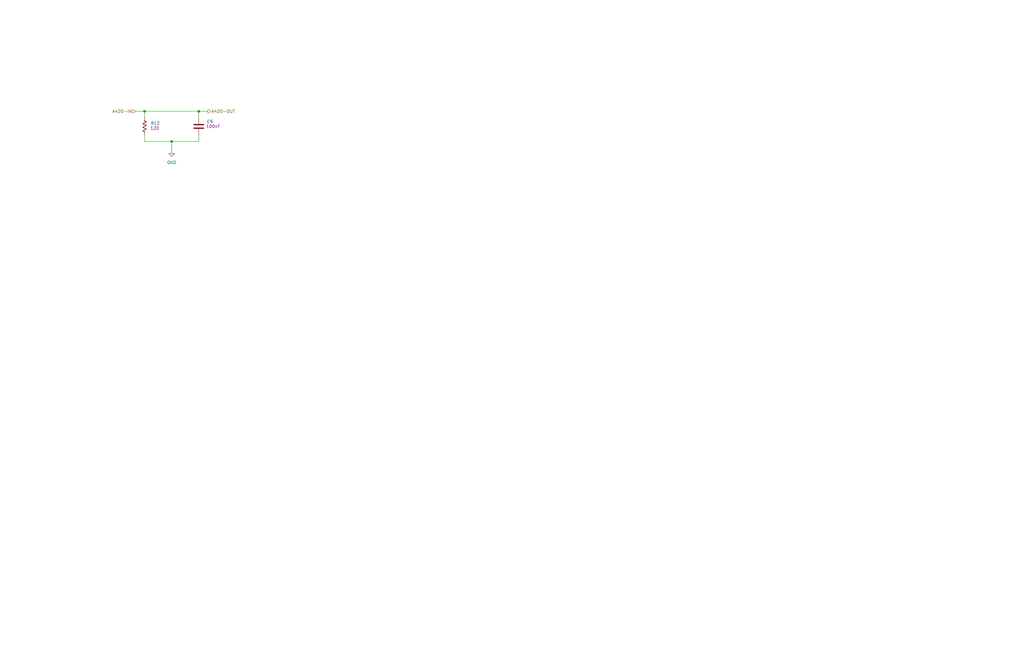
<source format=kicad_sch>
(kicad_sch (version 20250114) (generator "eeschema") (generator_version "9.0")
  (paper "USLedger")
  (lib_symbols
    (symbol "PCM_Capacitor_AKL:C_0603" (pin_numbers (hide yes)) (pin_names (offset 0.254))
      (property "Reference" "C" (at 0.635 2.54 0))
      (property "Value" "C_0603" (at 0.635 -2.54 0))
      (symbol "C_0603_0_1"
        (polyline (pts (xy -2.032 0.762) (xy 2.032 0.762)) (stroke (width 0.508)))
        (polyline (pts (xy -2.032 -0.762) (xy 2.032 -0.762)) (stroke (width 0.508)))
      )
      (symbol "C_0603_0_2"
        (polyline (pts (xy -2.54 -2.54) (xy -0.381 -0.381)))
        (polyline (pts (xy -0.508 -0.508) (xy -1.651 0.635)) (stroke (width 0.508)))
        (polyline (pts (xy -0.508 -0.508) (xy 0.635 -1.651)) (stroke (width 0.508)))
        (polyline (pts (xy 0.381 0.381) (xy 2.54 2.54)))
        (polyline (pts (xy 0.508 0.508) (xy -0.635 1.651)) (stroke (width 0.508)))
        (polyline (pts (xy 0.508 0.508) (xy 1.651 -0.635)) (stroke (width 0.508)))
      )
      (symbol "C_0603_1_1"
        (pin passive line (at 0 3.81 270) (length 2.794) (name "~") (number "1"))
        (pin passive line (at 0 -3.81 90) (length 2.794) (name "~") (number "2"))
      )
      (symbol "C_0603_1_2"
        (pin passive line (at -2.54 -2.54 90) (length 0) (name "~") (number "2"))
        (pin passive line (at 2.54 2.54 270) (length 0) (name "~") (number "1"))
      )
    )
    (symbol "PCM_Resistor_US_AKL:R_0603" (pin_numbers (hide yes)) (pin_names (offset 0))
      (property "Reference" "R" (at 2.54 1.27 0))
      (property "Value" "R_0603" (at 2.54 -1.27 0))
      (symbol "R_0603_0_1"
        (polyline (pts (xy 0 2.286) (xy 0 2.54)) (stroke (width 0.254)))
        (polyline (pts (xy 0 2.286) (xy 0.762 1.905) (xy -0.762 1.143) (xy 0 0.762) (xy 0.762 0.381) (xy 0 0) (xy -0.762 -0.381) (xy 0 -0.762) (xy 0.762 -1.143) (xy 0 -1.524) (xy -0.762 -1.905) (xy 0 -2.286)) (stroke (width 0.254)))
        (polyline (pts (xy 0 -2.286) (xy 0 -2.54)) (stroke (width 0.254)))
      )
      (symbol "R_0603_0_2"
        (polyline (pts (xy -2.54 -2.54) (xy -1.778 -1.778)))
        (polyline (pts (xy -1.778 -1.778) (xy -1.524 -1.524)) (stroke (width 0.254)))
        (polyline (pts (xy -1.524 -1.524) (xy -1.778 -0.762) (xy -1.016 -1.016)) (stroke (width 0.254)))
        (polyline (pts (xy -0.508 -0.508) (xy -0.762 0.254) (xy 0 0)) (stroke (width 0.254)))
        (polyline (pts (xy -0.508 -0.508) (xy -0.254 -1.27) (xy -1.016 -1.016)) (stroke (width 0.254)))
        (polyline (pts (xy 0.508 0.508) (xy 0.254 1.27) (xy 1.016 1.016)) (stroke (width 0.254)))
        (polyline (pts (xy 0.508 0.508) (xy 0.762 -0.254) (xy 0 0)) (stroke (width 0.254)))
        (polyline (pts (xy 1.524 1.524) (xy 1.778 0.762) (xy 1.016 1.016)) (stroke (width 0.254)))
        (polyline (pts (xy 1.778 1.778) (xy 1.524 1.524)) (stroke (width 0.254)))
        (polyline (pts (xy 1.778 1.778) (xy 2.54 2.54)))
      )
      (symbol "R_0603_1_1"
        (pin passive line (at 0 3.81 270) (length 1.27) (name "~") (number "1"))
        (pin passive line (at 0 -3.81 90) (length 1.27) (name "~") (number "2"))
      )
      (symbol "R_0603_1_2"
        (pin passive line (at -2.54 -2.54 0) (length 0) (name "") (number "2"))
        (pin passive line (at 2.54 2.54 180) (length 0) (name "") (number "1"))
      )
    )
    (symbol "power:GND" (power) (pin_numbers (hide yes)) (pin_names (offset 0) (hide yes))
      (property "Value" "GND" (at 0 -3.81 0))
      (symbol "GND_0_1"
        (polyline (pts (xy 0 0) (xy 0 -1.27) (xy 1.27 -1.27) (xy 0 -2.54) (xy -1.27 -1.27) (xy 0 -1.27)))
      )
      (symbol "GND_1_1"
        (pin power_in line (at 0 0 270) (length 0) (name "~") (number "1"))
      )
    )
  )
  (junction (at 83.82 46.99))
  (junction (at 72.39 59.69))
  (junction (at 60.96 46.99))
  (wire (pts (xy 72.39 59.69) (xy 83.82 59.69)))
  (wire (pts (xy 83.82 59.69) (xy 83.82 57.15)))
  (wire (pts (xy 83.82 46.99) (xy 87.63 46.99)))
  (wire (pts (xy 60.96 46.99) (xy 83.82 46.99)))
  (wire (pts (xy 57.15 46.99) (xy 60.96 46.99)))
  (wire (pts (xy 72.39 59.69) (xy 72.39 63.5)))
  (wire (pts (xy 83.82 46.99) (xy 83.82 49.53)))
  (wire (pts (xy 60.96 59.69) (xy 72.39 59.69)))
  (wire (pts (xy 60.96 57.15) (xy 60.96 59.69)))
  (wire (pts (xy 60.96 49.53) (xy 60.96 46.99)))
  (hierarchical_label "A420-OUT" (shape output) (at 87.63 46.99 0))
  (hierarchical_label "A420-IN" (shape input) (at 57.15 46.99 180))
  (symbol (lib_id "power:GND") (at 72.39 63.5 0) (unit 1)
    (property "Reference" "#PWR030" (effects (hide yes)))
    (property "Value" "GND" (at 72.39 68.58 0))
    (property "Description" "Power symbol creates a global label with name \"GND\" , ground" (effects (hide yes)))
  )
  (symbol (lib_id "PCM_Resistor_US_AKL:R_0603") (at 60.96 53.34 0) (unit 1)
    (property "Reference" "R12" (at 63.5 52.0699 0) (effects (justify left)))
    (property "Value" "R_0603" (effects (hide yes)))
    (property "Footprint" "PCM_Resistor_SMD_AKL:R_0603_1608Metric" (effects (hide yes)))
    (property "Description" "SMD 0603 Chip Resistor, US Symbol, Alternate KiCad Library" (effects (hide yes)))
    (property "Capacidad " "120" (at 65.278 54.102 0))
  )
  (symbol (lib_id "PCM_Capacitor_AKL:C_0603") (at 83.82 53.34 0) (unit 1)
    (property "Reference" "C9" (at 87.122 51.308 0) (effects (justify left)))
    (property "Value" "C_0603" (effects (hide yes)))
    (property "Footprint" "PCM_Capacitor_SMD_AKL:C_0603_1608Metric" (effects (hide yes)))
    (property "Description" "SMD 0603 MLCC capacitor, Alternate KiCad Library" (effects (hide yes)))
    (property "Capacidad " "100nF" (at 89.916 53.34 0))
  )
)
</source>
